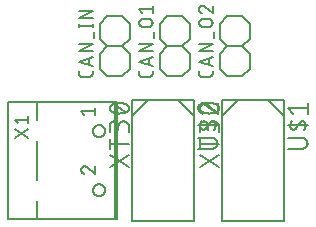
<source format=gbr>
G04 EAGLE Gerber RS-274X export*
G75*
%MOMM*%
%FSLAX34Y34*%
%LPD*%
%INSilkscreen Top*%
%IPPOS*%
%AMOC8*
5,1,8,0,0,1.08239X$1,22.5*%
G01*
%ADD10C,0.152400*%
%ADD11C,0.127000*%


D10*
X66040Y182880D02*
X66040Y195580D01*
X72390Y201930D01*
X85090Y201930D01*
X91440Y195580D01*
X85090Y176530D02*
X72390Y176530D01*
X66040Y182880D01*
X85090Y176530D02*
X91440Y182880D01*
X91440Y195580D01*
X72390Y201930D02*
X66040Y208280D01*
X66040Y220980D01*
X72390Y227330D01*
X85090Y227330D01*
X91440Y220980D01*
X91440Y208280D01*
X85090Y201930D01*
D11*
X59817Y181483D02*
X59817Y178943D01*
X59815Y178843D01*
X59809Y178744D01*
X59799Y178644D01*
X59786Y178546D01*
X59768Y178447D01*
X59747Y178350D01*
X59722Y178254D01*
X59693Y178158D01*
X59660Y178064D01*
X59624Y177971D01*
X59584Y177880D01*
X59540Y177790D01*
X59493Y177702D01*
X59443Y177616D01*
X59389Y177532D01*
X59332Y177450D01*
X59272Y177371D01*
X59208Y177293D01*
X59142Y177219D01*
X59073Y177147D01*
X59001Y177078D01*
X58927Y177012D01*
X58849Y176948D01*
X58770Y176888D01*
X58688Y176831D01*
X58604Y176777D01*
X58518Y176727D01*
X58430Y176680D01*
X58340Y176636D01*
X58249Y176596D01*
X58156Y176560D01*
X58062Y176527D01*
X57966Y176498D01*
X57870Y176473D01*
X57773Y176452D01*
X57674Y176434D01*
X57576Y176421D01*
X57476Y176411D01*
X57377Y176405D01*
X57277Y176403D01*
X50927Y176403D01*
X50827Y176405D01*
X50728Y176411D01*
X50628Y176421D01*
X50530Y176434D01*
X50431Y176452D01*
X50334Y176473D01*
X50238Y176498D01*
X50142Y176527D01*
X50048Y176560D01*
X49955Y176596D01*
X49864Y176636D01*
X49774Y176680D01*
X49686Y176727D01*
X49600Y176777D01*
X49516Y176831D01*
X49434Y176888D01*
X49355Y176948D01*
X49277Y177012D01*
X49203Y177078D01*
X49131Y177147D01*
X49062Y177219D01*
X48996Y177293D01*
X48932Y177371D01*
X48872Y177450D01*
X48815Y177532D01*
X48761Y177616D01*
X48711Y177702D01*
X48664Y177790D01*
X48620Y177880D01*
X48580Y177971D01*
X48544Y178064D01*
X48511Y178158D01*
X48482Y178254D01*
X48457Y178350D01*
X48436Y178447D01*
X48418Y178546D01*
X48405Y178644D01*
X48395Y178744D01*
X48389Y178843D01*
X48387Y178943D01*
X48387Y181483D01*
X48387Y189140D02*
X59817Y185330D01*
X59817Y192950D02*
X48387Y189140D01*
X56960Y191998D02*
X56960Y186283D01*
X59817Y197776D02*
X48387Y197776D01*
X59817Y204126D01*
X48387Y204126D01*
X61087Y209079D02*
X61087Y214159D01*
X59817Y219620D02*
X48387Y219620D01*
X59817Y218350D02*
X59817Y220890D01*
X48387Y220890D02*
X48387Y218350D01*
X48387Y225970D02*
X59817Y225970D01*
X59817Y232320D02*
X48387Y225970D01*
X48387Y232320D02*
X59817Y232320D01*
D10*
X167640Y195580D02*
X167640Y182880D01*
X167640Y195580D02*
X173990Y201930D01*
X186690Y201930D01*
X193040Y195580D01*
X186690Y176530D02*
X173990Y176530D01*
X167640Y182880D01*
X186690Y176530D02*
X193040Y182880D01*
X193040Y195580D01*
X173990Y201930D02*
X167640Y208280D01*
X167640Y220980D01*
X173990Y227330D01*
X186690Y227330D01*
X193040Y220980D01*
X193040Y208280D01*
X186690Y201930D01*
D11*
X161417Y181483D02*
X161417Y178943D01*
X161415Y178843D01*
X161409Y178744D01*
X161399Y178644D01*
X161386Y178546D01*
X161368Y178447D01*
X161347Y178350D01*
X161322Y178254D01*
X161293Y178158D01*
X161260Y178064D01*
X161224Y177971D01*
X161184Y177880D01*
X161140Y177790D01*
X161093Y177702D01*
X161043Y177616D01*
X160989Y177532D01*
X160932Y177450D01*
X160872Y177371D01*
X160808Y177293D01*
X160742Y177219D01*
X160673Y177147D01*
X160601Y177078D01*
X160527Y177012D01*
X160449Y176948D01*
X160370Y176888D01*
X160288Y176831D01*
X160204Y176777D01*
X160118Y176727D01*
X160030Y176680D01*
X159940Y176636D01*
X159849Y176596D01*
X159756Y176560D01*
X159662Y176527D01*
X159566Y176498D01*
X159470Y176473D01*
X159373Y176452D01*
X159274Y176434D01*
X159176Y176421D01*
X159076Y176411D01*
X158977Y176405D01*
X158877Y176403D01*
X152527Y176403D01*
X152427Y176405D01*
X152328Y176411D01*
X152228Y176421D01*
X152130Y176434D01*
X152031Y176452D01*
X151934Y176473D01*
X151838Y176498D01*
X151742Y176527D01*
X151648Y176560D01*
X151555Y176596D01*
X151464Y176636D01*
X151374Y176680D01*
X151286Y176727D01*
X151200Y176777D01*
X151116Y176831D01*
X151034Y176888D01*
X150955Y176948D01*
X150877Y177012D01*
X150803Y177078D01*
X150731Y177147D01*
X150662Y177219D01*
X150596Y177293D01*
X150532Y177371D01*
X150472Y177450D01*
X150415Y177532D01*
X150361Y177616D01*
X150311Y177702D01*
X150264Y177790D01*
X150220Y177880D01*
X150180Y177971D01*
X150144Y178064D01*
X150111Y178158D01*
X150082Y178254D01*
X150057Y178350D01*
X150036Y178447D01*
X150018Y178546D01*
X150005Y178644D01*
X149995Y178744D01*
X149989Y178843D01*
X149987Y178943D01*
X149987Y181483D01*
X149987Y189140D02*
X161417Y185330D01*
X161417Y192950D02*
X149987Y189140D01*
X158560Y191998D02*
X158560Y186283D01*
X161417Y197776D02*
X149987Y197776D01*
X161417Y204126D01*
X149987Y204126D01*
X162687Y209079D02*
X162687Y214159D01*
X158242Y218731D02*
X153162Y218731D01*
X153051Y218733D01*
X152941Y218739D01*
X152830Y218748D01*
X152720Y218762D01*
X152611Y218779D01*
X152502Y218800D01*
X152394Y218825D01*
X152287Y218854D01*
X152181Y218886D01*
X152076Y218922D01*
X151973Y218962D01*
X151871Y219005D01*
X151770Y219052D01*
X151671Y219103D01*
X151575Y219156D01*
X151480Y219213D01*
X151387Y219274D01*
X151296Y219337D01*
X151207Y219404D01*
X151121Y219474D01*
X151038Y219547D01*
X150956Y219622D01*
X150878Y219700D01*
X150803Y219782D01*
X150730Y219865D01*
X150660Y219951D01*
X150593Y220040D01*
X150530Y220131D01*
X150469Y220224D01*
X150412Y220319D01*
X150359Y220415D01*
X150308Y220514D01*
X150261Y220615D01*
X150218Y220717D01*
X150178Y220820D01*
X150142Y220925D01*
X150110Y221031D01*
X150081Y221138D01*
X150056Y221246D01*
X150035Y221355D01*
X150018Y221464D01*
X150004Y221574D01*
X149995Y221685D01*
X149989Y221795D01*
X149987Y221906D01*
X149989Y222017D01*
X149995Y222127D01*
X150004Y222238D01*
X150018Y222348D01*
X150035Y222457D01*
X150056Y222566D01*
X150081Y222674D01*
X150110Y222781D01*
X150142Y222887D01*
X150178Y222992D01*
X150218Y223095D01*
X150261Y223197D01*
X150308Y223298D01*
X150359Y223397D01*
X150412Y223494D01*
X150469Y223588D01*
X150530Y223681D01*
X150593Y223772D01*
X150660Y223861D01*
X150730Y223947D01*
X150803Y224030D01*
X150878Y224112D01*
X150956Y224190D01*
X151038Y224265D01*
X151121Y224338D01*
X151207Y224408D01*
X151296Y224475D01*
X151387Y224538D01*
X151480Y224599D01*
X151575Y224656D01*
X151671Y224709D01*
X151770Y224760D01*
X151871Y224807D01*
X151973Y224850D01*
X152076Y224890D01*
X152181Y224926D01*
X152287Y224958D01*
X152394Y224987D01*
X152502Y225012D01*
X152611Y225033D01*
X152720Y225050D01*
X152830Y225064D01*
X152941Y225073D01*
X153051Y225079D01*
X153162Y225081D01*
X158242Y225081D01*
X158353Y225079D01*
X158463Y225073D01*
X158574Y225064D01*
X158684Y225050D01*
X158793Y225033D01*
X158902Y225012D01*
X159010Y224987D01*
X159117Y224958D01*
X159223Y224926D01*
X159328Y224890D01*
X159431Y224850D01*
X159533Y224807D01*
X159634Y224760D01*
X159733Y224709D01*
X159830Y224656D01*
X159924Y224599D01*
X160017Y224538D01*
X160108Y224475D01*
X160197Y224408D01*
X160283Y224338D01*
X160366Y224265D01*
X160448Y224190D01*
X160526Y224112D01*
X160601Y224030D01*
X160674Y223947D01*
X160744Y223861D01*
X160811Y223772D01*
X160874Y223681D01*
X160935Y223588D01*
X160992Y223493D01*
X161045Y223397D01*
X161096Y223298D01*
X161143Y223197D01*
X161186Y223095D01*
X161226Y222992D01*
X161262Y222887D01*
X161294Y222781D01*
X161323Y222674D01*
X161348Y222566D01*
X161369Y222457D01*
X161386Y222348D01*
X161400Y222238D01*
X161409Y222127D01*
X161415Y222017D01*
X161417Y221906D01*
X161415Y221795D01*
X161409Y221685D01*
X161400Y221574D01*
X161386Y221464D01*
X161369Y221355D01*
X161348Y221246D01*
X161323Y221138D01*
X161294Y221031D01*
X161262Y220925D01*
X161226Y220820D01*
X161186Y220717D01*
X161143Y220615D01*
X161096Y220514D01*
X161045Y220415D01*
X160992Y220318D01*
X160935Y220224D01*
X160874Y220131D01*
X160811Y220040D01*
X160744Y219951D01*
X160674Y219865D01*
X160601Y219782D01*
X160526Y219700D01*
X160448Y219622D01*
X160366Y219547D01*
X160283Y219474D01*
X160197Y219404D01*
X160108Y219337D01*
X160017Y219274D01*
X159924Y219213D01*
X159829Y219156D01*
X159733Y219103D01*
X159634Y219052D01*
X159533Y219005D01*
X159431Y218962D01*
X159328Y218922D01*
X159223Y218886D01*
X159117Y218854D01*
X159010Y218825D01*
X158902Y218800D01*
X158793Y218779D01*
X158684Y218762D01*
X158574Y218748D01*
X158463Y218739D01*
X158353Y218733D01*
X158242Y218731D01*
X149987Y233654D02*
X149989Y233758D01*
X149995Y233863D01*
X150004Y233967D01*
X150017Y234070D01*
X150035Y234173D01*
X150055Y234275D01*
X150080Y234377D01*
X150108Y234477D01*
X150140Y234577D01*
X150176Y234675D01*
X150215Y234772D01*
X150257Y234867D01*
X150303Y234961D01*
X150353Y235053D01*
X150405Y235143D01*
X150461Y235231D01*
X150521Y235317D01*
X150583Y235401D01*
X150648Y235482D01*
X150716Y235561D01*
X150788Y235638D01*
X150861Y235711D01*
X150938Y235783D01*
X151017Y235851D01*
X151098Y235916D01*
X151182Y235978D01*
X151268Y236038D01*
X151356Y236094D01*
X151446Y236146D01*
X151538Y236196D01*
X151632Y236242D01*
X151727Y236284D01*
X151824Y236323D01*
X151922Y236359D01*
X152022Y236391D01*
X152122Y236419D01*
X152224Y236444D01*
X152326Y236464D01*
X152429Y236482D01*
X152532Y236495D01*
X152636Y236504D01*
X152741Y236510D01*
X152845Y236512D01*
X149987Y233654D02*
X149989Y233536D01*
X149995Y233417D01*
X150004Y233299D01*
X150017Y233182D01*
X150035Y233065D01*
X150055Y232948D01*
X150080Y232832D01*
X150108Y232717D01*
X150141Y232604D01*
X150176Y232491D01*
X150216Y232379D01*
X150258Y232269D01*
X150305Y232160D01*
X150355Y232052D01*
X150408Y231947D01*
X150465Y231843D01*
X150525Y231741D01*
X150588Y231641D01*
X150655Y231543D01*
X150724Y231447D01*
X150797Y231354D01*
X150873Y231263D01*
X150951Y231174D01*
X151033Y231088D01*
X151117Y231005D01*
X151203Y230924D01*
X151293Y230847D01*
X151384Y230772D01*
X151478Y230700D01*
X151575Y230631D01*
X151673Y230566D01*
X151774Y230503D01*
X151877Y230444D01*
X151981Y230388D01*
X152087Y230336D01*
X152195Y230287D01*
X152304Y230242D01*
X152415Y230200D01*
X152527Y230162D01*
X155067Y235559D02*
X154992Y235635D01*
X154913Y235710D01*
X154832Y235781D01*
X154748Y235850D01*
X154662Y235915D01*
X154574Y235977D01*
X154484Y236037D01*
X154392Y236093D01*
X154297Y236146D01*
X154201Y236195D01*
X154103Y236241D01*
X154004Y236284D01*
X153903Y236323D01*
X153801Y236358D01*
X153698Y236390D01*
X153594Y236418D01*
X153489Y236443D01*
X153382Y236464D01*
X153276Y236481D01*
X153169Y236494D01*
X153061Y236503D01*
X152953Y236509D01*
X152845Y236511D01*
X155067Y235559D02*
X161417Y230161D01*
X161417Y236511D01*
D10*
X116840Y195580D02*
X116840Y182880D01*
X116840Y195580D02*
X123190Y201930D01*
X135890Y201930D01*
X142240Y195580D01*
X135890Y176530D02*
X123190Y176530D01*
X116840Y182880D01*
X135890Y176530D02*
X142240Y182880D01*
X142240Y195580D01*
X123190Y201930D02*
X116840Y208280D01*
X116840Y220980D01*
X123190Y227330D01*
X135890Y227330D01*
X142240Y220980D01*
X142240Y208280D01*
X135890Y201930D01*
D11*
X110617Y181483D02*
X110617Y178943D01*
X110615Y178843D01*
X110609Y178744D01*
X110599Y178644D01*
X110586Y178546D01*
X110568Y178447D01*
X110547Y178350D01*
X110522Y178254D01*
X110493Y178158D01*
X110460Y178064D01*
X110424Y177971D01*
X110384Y177880D01*
X110340Y177790D01*
X110293Y177702D01*
X110243Y177616D01*
X110189Y177532D01*
X110132Y177450D01*
X110072Y177371D01*
X110008Y177293D01*
X109942Y177219D01*
X109873Y177147D01*
X109801Y177078D01*
X109727Y177012D01*
X109649Y176948D01*
X109570Y176888D01*
X109488Y176831D01*
X109404Y176777D01*
X109318Y176727D01*
X109230Y176680D01*
X109140Y176636D01*
X109049Y176596D01*
X108956Y176560D01*
X108862Y176527D01*
X108766Y176498D01*
X108670Y176473D01*
X108573Y176452D01*
X108474Y176434D01*
X108376Y176421D01*
X108276Y176411D01*
X108177Y176405D01*
X108077Y176403D01*
X101727Y176403D01*
X101627Y176405D01*
X101528Y176411D01*
X101428Y176421D01*
X101330Y176434D01*
X101231Y176452D01*
X101134Y176473D01*
X101038Y176498D01*
X100942Y176527D01*
X100848Y176560D01*
X100755Y176596D01*
X100664Y176636D01*
X100574Y176680D01*
X100486Y176727D01*
X100400Y176777D01*
X100316Y176831D01*
X100234Y176888D01*
X100155Y176948D01*
X100077Y177012D01*
X100003Y177078D01*
X99931Y177147D01*
X99862Y177219D01*
X99796Y177293D01*
X99732Y177371D01*
X99672Y177450D01*
X99615Y177532D01*
X99561Y177616D01*
X99511Y177702D01*
X99464Y177790D01*
X99420Y177880D01*
X99380Y177971D01*
X99344Y178064D01*
X99311Y178158D01*
X99282Y178254D01*
X99257Y178350D01*
X99236Y178447D01*
X99218Y178546D01*
X99205Y178644D01*
X99195Y178744D01*
X99189Y178843D01*
X99187Y178943D01*
X99187Y181483D01*
X99187Y189140D02*
X110617Y185330D01*
X110617Y192950D02*
X99187Y189140D01*
X107760Y191998D02*
X107760Y186283D01*
X110617Y197776D02*
X99187Y197776D01*
X110617Y204126D01*
X99187Y204126D01*
X111887Y209079D02*
X111887Y214159D01*
X107442Y218731D02*
X102362Y218731D01*
X102251Y218733D01*
X102141Y218739D01*
X102030Y218748D01*
X101920Y218762D01*
X101811Y218779D01*
X101702Y218800D01*
X101594Y218825D01*
X101487Y218854D01*
X101381Y218886D01*
X101276Y218922D01*
X101173Y218962D01*
X101071Y219005D01*
X100970Y219052D01*
X100871Y219103D01*
X100775Y219156D01*
X100680Y219213D01*
X100587Y219274D01*
X100496Y219337D01*
X100407Y219404D01*
X100321Y219474D01*
X100238Y219547D01*
X100156Y219622D01*
X100078Y219700D01*
X100003Y219782D01*
X99930Y219865D01*
X99860Y219951D01*
X99793Y220040D01*
X99730Y220131D01*
X99669Y220224D01*
X99612Y220319D01*
X99559Y220415D01*
X99508Y220514D01*
X99461Y220615D01*
X99418Y220717D01*
X99378Y220820D01*
X99342Y220925D01*
X99310Y221031D01*
X99281Y221138D01*
X99256Y221246D01*
X99235Y221355D01*
X99218Y221464D01*
X99204Y221574D01*
X99195Y221685D01*
X99189Y221795D01*
X99187Y221906D01*
X99189Y222017D01*
X99195Y222127D01*
X99204Y222238D01*
X99218Y222348D01*
X99235Y222457D01*
X99256Y222566D01*
X99281Y222674D01*
X99310Y222781D01*
X99342Y222887D01*
X99378Y222992D01*
X99418Y223095D01*
X99461Y223197D01*
X99508Y223298D01*
X99559Y223397D01*
X99612Y223494D01*
X99669Y223588D01*
X99730Y223681D01*
X99793Y223772D01*
X99860Y223861D01*
X99930Y223947D01*
X100003Y224030D01*
X100078Y224112D01*
X100156Y224190D01*
X100238Y224265D01*
X100321Y224338D01*
X100407Y224408D01*
X100496Y224475D01*
X100587Y224538D01*
X100680Y224599D01*
X100775Y224656D01*
X100871Y224709D01*
X100970Y224760D01*
X101071Y224807D01*
X101173Y224850D01*
X101276Y224890D01*
X101381Y224926D01*
X101487Y224958D01*
X101594Y224987D01*
X101702Y225012D01*
X101811Y225033D01*
X101920Y225050D01*
X102030Y225064D01*
X102141Y225073D01*
X102251Y225079D01*
X102362Y225081D01*
X107442Y225081D01*
X107553Y225079D01*
X107663Y225073D01*
X107774Y225064D01*
X107884Y225050D01*
X107993Y225033D01*
X108102Y225012D01*
X108210Y224987D01*
X108317Y224958D01*
X108423Y224926D01*
X108528Y224890D01*
X108631Y224850D01*
X108733Y224807D01*
X108834Y224760D01*
X108933Y224709D01*
X109030Y224656D01*
X109124Y224599D01*
X109217Y224538D01*
X109308Y224475D01*
X109397Y224408D01*
X109483Y224338D01*
X109566Y224265D01*
X109648Y224190D01*
X109726Y224112D01*
X109801Y224030D01*
X109874Y223947D01*
X109944Y223861D01*
X110011Y223772D01*
X110074Y223681D01*
X110135Y223588D01*
X110192Y223493D01*
X110245Y223397D01*
X110296Y223298D01*
X110343Y223197D01*
X110386Y223095D01*
X110426Y222992D01*
X110462Y222887D01*
X110494Y222781D01*
X110523Y222674D01*
X110548Y222566D01*
X110569Y222457D01*
X110586Y222348D01*
X110600Y222238D01*
X110609Y222127D01*
X110615Y222017D01*
X110617Y221906D01*
X110615Y221795D01*
X110609Y221685D01*
X110600Y221574D01*
X110586Y221464D01*
X110569Y221355D01*
X110548Y221246D01*
X110523Y221138D01*
X110494Y221031D01*
X110462Y220925D01*
X110426Y220820D01*
X110386Y220717D01*
X110343Y220615D01*
X110296Y220514D01*
X110245Y220415D01*
X110192Y220318D01*
X110135Y220224D01*
X110074Y220131D01*
X110011Y220040D01*
X109944Y219951D01*
X109874Y219865D01*
X109801Y219782D01*
X109726Y219700D01*
X109648Y219622D01*
X109566Y219547D01*
X109483Y219474D01*
X109397Y219404D01*
X109308Y219337D01*
X109217Y219274D01*
X109124Y219213D01*
X109029Y219156D01*
X108933Y219103D01*
X108834Y219052D01*
X108733Y219005D01*
X108631Y218962D01*
X108528Y218922D01*
X108423Y218886D01*
X108317Y218854D01*
X108210Y218825D01*
X108102Y218800D01*
X107993Y218779D01*
X107884Y218762D01*
X107774Y218748D01*
X107663Y218739D01*
X107553Y218733D01*
X107442Y218731D01*
X101727Y230161D02*
X99187Y233336D01*
X110617Y233336D01*
X110617Y230161D02*
X110617Y236511D01*
D10*
X169580Y156410D02*
X221580Y156410D01*
X169580Y156410D02*
X169580Y54410D01*
X221580Y54410D01*
X221580Y156410D01*
X220980Y143510D02*
X208280Y156210D01*
X182880Y156210D02*
X170180Y143510D01*
X225552Y115448D02*
X237292Y115448D01*
X237292Y115447D02*
X237425Y115449D01*
X237557Y115455D01*
X237689Y115465D01*
X237821Y115478D01*
X237953Y115496D01*
X238083Y115517D01*
X238214Y115542D01*
X238343Y115571D01*
X238471Y115604D01*
X238599Y115640D01*
X238725Y115680D01*
X238850Y115724D01*
X238974Y115772D01*
X239096Y115823D01*
X239217Y115878D01*
X239336Y115936D01*
X239454Y115998D01*
X239569Y116063D01*
X239683Y116132D01*
X239794Y116203D01*
X239903Y116279D01*
X240010Y116357D01*
X240115Y116438D01*
X240217Y116523D01*
X240317Y116610D01*
X240414Y116700D01*
X240509Y116793D01*
X240600Y116889D01*
X240689Y116987D01*
X240775Y117088D01*
X240858Y117192D01*
X240938Y117298D01*
X241014Y117406D01*
X241088Y117516D01*
X241158Y117629D01*
X241225Y117743D01*
X241288Y117860D01*
X241348Y117978D01*
X241405Y118098D01*
X241458Y118220D01*
X241507Y118343D01*
X241553Y118467D01*
X241595Y118593D01*
X241633Y118720D01*
X241668Y118848D01*
X241699Y118977D01*
X241726Y119106D01*
X241749Y119237D01*
X241769Y119368D01*
X241784Y119500D01*
X241796Y119632D01*
X241804Y119764D01*
X241808Y119897D01*
X241808Y120029D01*
X241804Y120162D01*
X241796Y120294D01*
X241784Y120426D01*
X241769Y120558D01*
X241749Y120689D01*
X241726Y120820D01*
X241699Y120949D01*
X241668Y121078D01*
X241633Y121206D01*
X241595Y121333D01*
X241553Y121459D01*
X241507Y121583D01*
X241458Y121706D01*
X241405Y121828D01*
X241348Y121948D01*
X241288Y122066D01*
X241225Y122183D01*
X241158Y122297D01*
X241088Y122410D01*
X241014Y122520D01*
X240938Y122628D01*
X240858Y122734D01*
X240775Y122838D01*
X240689Y122939D01*
X240600Y123037D01*
X240509Y123133D01*
X240414Y123226D01*
X240317Y123316D01*
X240217Y123403D01*
X240115Y123488D01*
X240010Y123569D01*
X239903Y123647D01*
X239794Y123723D01*
X239683Y123794D01*
X239569Y123863D01*
X239454Y123928D01*
X239336Y123990D01*
X239217Y124048D01*
X239096Y124103D01*
X238974Y124154D01*
X238850Y124202D01*
X238725Y124246D01*
X238599Y124286D01*
X238471Y124322D01*
X238343Y124355D01*
X238214Y124384D01*
X238083Y124409D01*
X237953Y124430D01*
X237821Y124448D01*
X237689Y124461D01*
X237557Y124471D01*
X237425Y124477D01*
X237292Y124479D01*
X225552Y124479D01*
X225552Y135073D02*
X241808Y135073D01*
X233680Y135073D02*
X232325Y132816D01*
X232326Y132816D02*
X232271Y132729D01*
X232214Y132645D01*
X232153Y132563D01*
X232090Y132483D01*
X232023Y132406D01*
X231954Y132331D01*
X231882Y132259D01*
X231807Y132190D01*
X231729Y132123D01*
X231649Y132060D01*
X231567Y131999D01*
X231483Y131942D01*
X231396Y131888D01*
X231308Y131837D01*
X231217Y131790D01*
X231125Y131746D01*
X231031Y131706D01*
X230936Y131669D01*
X230840Y131636D01*
X230742Y131607D01*
X230643Y131581D01*
X230544Y131559D01*
X230443Y131541D01*
X230342Y131526D01*
X230241Y131516D01*
X230139Y131509D01*
X230037Y131506D01*
X229935Y131507D01*
X229833Y131512D01*
X229731Y131521D01*
X229630Y131533D01*
X229529Y131550D01*
X229429Y131570D01*
X229330Y131594D01*
X229232Y131621D01*
X229135Y131653D01*
X229039Y131688D01*
X228945Y131726D01*
X228852Y131768D01*
X228760Y131814D01*
X228671Y131863D01*
X228583Y131915D01*
X228498Y131971D01*
X228414Y132030D01*
X228333Y132092D01*
X228255Y132157D01*
X228179Y132225D01*
X228105Y132295D01*
X228034Y132369D01*
X227966Y132445D01*
X227901Y132524D01*
X227839Y132605D01*
X227780Y132688D01*
X227725Y132773D01*
X227672Y132861D01*
X227623Y132950D01*
X227577Y133042D01*
X227535Y133134D01*
X227496Y133229D01*
X227461Y133325D01*
X227430Y133422D01*
X227402Y133520D01*
X227378Y133619D01*
X227358Y133719D01*
X227359Y133719D02*
X227330Y133889D01*
X227305Y134059D01*
X227284Y134229D01*
X227268Y134401D01*
X227255Y134572D01*
X227247Y134744D01*
X227243Y134916D01*
X227242Y135088D01*
X227247Y135260D01*
X227255Y135432D01*
X227267Y135603D01*
X227283Y135774D01*
X227304Y135945D01*
X227329Y136115D01*
X227357Y136285D01*
X227390Y136454D01*
X227427Y136622D01*
X227468Y136789D01*
X227513Y136955D01*
X227562Y137120D01*
X227614Y137283D01*
X227671Y137446D01*
X227732Y137607D01*
X227796Y137766D01*
X227865Y137924D01*
X227937Y138080D01*
X228012Y138235D01*
X228092Y138387D01*
X228175Y138538D01*
X228262Y138686D01*
X233680Y135073D02*
X235035Y137331D01*
X235034Y137331D02*
X235089Y137418D01*
X235146Y137502D01*
X235207Y137584D01*
X235270Y137664D01*
X235337Y137741D01*
X235406Y137816D01*
X235478Y137888D01*
X235553Y137957D01*
X235631Y138024D01*
X235711Y138087D01*
X235793Y138148D01*
X235877Y138205D01*
X235964Y138259D01*
X236052Y138310D01*
X236143Y138357D01*
X236235Y138401D01*
X236329Y138441D01*
X236424Y138478D01*
X236520Y138511D01*
X236618Y138540D01*
X236717Y138566D01*
X236816Y138588D01*
X236917Y138606D01*
X237018Y138621D01*
X237119Y138631D01*
X237221Y138638D01*
X237323Y138641D01*
X237425Y138640D01*
X237527Y138635D01*
X237629Y138626D01*
X237730Y138614D01*
X237831Y138597D01*
X237931Y138577D01*
X238030Y138553D01*
X238128Y138526D01*
X238225Y138494D01*
X238321Y138459D01*
X238415Y138421D01*
X238508Y138379D01*
X238600Y138333D01*
X238689Y138284D01*
X238777Y138232D01*
X238862Y138176D01*
X238946Y138117D01*
X239027Y138055D01*
X239105Y137990D01*
X239181Y137922D01*
X239255Y137852D01*
X239326Y137778D01*
X239394Y137702D01*
X239459Y137623D01*
X239521Y137542D01*
X239580Y137459D01*
X239635Y137374D01*
X239688Y137286D01*
X239737Y137197D01*
X239783Y137105D01*
X239825Y137013D01*
X239864Y136918D01*
X239899Y136822D01*
X239930Y136725D01*
X239958Y136627D01*
X239982Y136528D01*
X240002Y136428D01*
X240001Y136428D02*
X240030Y136258D01*
X240055Y136088D01*
X240076Y135917D01*
X240092Y135746D01*
X240105Y135575D01*
X240113Y135403D01*
X240117Y135231D01*
X240118Y135059D01*
X240113Y134887D01*
X240105Y134715D01*
X240093Y134544D01*
X240077Y134373D01*
X240056Y134202D01*
X240031Y134032D01*
X240003Y133862D01*
X239970Y133693D01*
X239933Y133525D01*
X239892Y133358D01*
X239847Y133192D01*
X239798Y133027D01*
X239746Y132864D01*
X239689Y132701D01*
X239628Y132540D01*
X239564Y132381D01*
X239496Y132223D01*
X239423Y132067D01*
X239348Y131913D01*
X239268Y131760D01*
X239185Y131609D01*
X239098Y131461D01*
X229164Y145147D02*
X225552Y149662D01*
X241808Y149662D01*
X241808Y145147D02*
X241808Y154178D01*
X166878Y99434D02*
X150622Y110272D01*
X150622Y99434D02*
X166878Y110272D01*
X166878Y119442D02*
X150622Y119442D01*
X150622Y114927D02*
X150622Y123958D01*
X166878Y129516D02*
X166878Y134031D01*
X166876Y134164D01*
X166870Y134296D01*
X166860Y134428D01*
X166847Y134560D01*
X166829Y134692D01*
X166808Y134822D01*
X166783Y134953D01*
X166754Y135082D01*
X166721Y135210D01*
X166685Y135338D01*
X166645Y135464D01*
X166601Y135589D01*
X166553Y135713D01*
X166502Y135835D01*
X166447Y135956D01*
X166389Y136075D01*
X166327Y136193D01*
X166262Y136308D01*
X166193Y136422D01*
X166122Y136533D01*
X166046Y136642D01*
X165968Y136749D01*
X165887Y136854D01*
X165802Y136956D01*
X165715Y137056D01*
X165625Y137153D01*
X165532Y137248D01*
X165436Y137339D01*
X165338Y137428D01*
X165237Y137514D01*
X165133Y137597D01*
X165027Y137677D01*
X164919Y137753D01*
X164809Y137827D01*
X164696Y137897D01*
X164582Y137964D01*
X164465Y138027D01*
X164347Y138087D01*
X164227Y138144D01*
X164105Y138197D01*
X163982Y138246D01*
X163858Y138292D01*
X163732Y138334D01*
X163605Y138372D01*
X163477Y138407D01*
X163348Y138438D01*
X163219Y138465D01*
X163088Y138488D01*
X162957Y138508D01*
X162825Y138523D01*
X162693Y138535D01*
X162561Y138543D01*
X162428Y138547D01*
X162296Y138547D01*
X162163Y138543D01*
X162031Y138535D01*
X161899Y138523D01*
X161767Y138508D01*
X161636Y138488D01*
X161505Y138465D01*
X161376Y138438D01*
X161247Y138407D01*
X161119Y138372D01*
X160992Y138334D01*
X160866Y138292D01*
X160742Y138246D01*
X160619Y138197D01*
X160497Y138144D01*
X160377Y138087D01*
X160259Y138027D01*
X160142Y137964D01*
X160028Y137897D01*
X159915Y137827D01*
X159805Y137753D01*
X159697Y137677D01*
X159591Y137597D01*
X159487Y137514D01*
X159386Y137428D01*
X159288Y137339D01*
X159192Y137248D01*
X159099Y137153D01*
X159009Y137056D01*
X158922Y136956D01*
X158837Y136854D01*
X158756Y136749D01*
X158678Y136642D01*
X158602Y136533D01*
X158531Y136422D01*
X158462Y136308D01*
X158397Y136193D01*
X158335Y136075D01*
X158277Y135956D01*
X158222Y135835D01*
X158171Y135713D01*
X158123Y135589D01*
X158079Y135464D01*
X158039Y135338D01*
X158003Y135210D01*
X157970Y135082D01*
X157941Y134953D01*
X157916Y134822D01*
X157895Y134692D01*
X157877Y134560D01*
X157864Y134428D01*
X157854Y134296D01*
X157848Y134164D01*
X157846Y134031D01*
X150622Y134934D02*
X150622Y129516D01*
X150622Y134934D02*
X150624Y135053D01*
X150630Y135173D01*
X150640Y135292D01*
X150654Y135410D01*
X150671Y135529D01*
X150693Y135646D01*
X150718Y135763D01*
X150748Y135878D01*
X150781Y135993D01*
X150818Y136107D01*
X150858Y136219D01*
X150903Y136330D01*
X150951Y136439D01*
X151002Y136547D01*
X151057Y136653D01*
X151116Y136757D01*
X151178Y136859D01*
X151243Y136959D01*
X151312Y137057D01*
X151384Y137153D01*
X151459Y137246D01*
X151536Y137336D01*
X151617Y137424D01*
X151701Y137509D01*
X151788Y137591D01*
X151877Y137671D01*
X151969Y137747D01*
X152063Y137821D01*
X152160Y137891D01*
X152258Y137958D01*
X152359Y138022D01*
X152463Y138082D01*
X152568Y138139D01*
X152675Y138192D01*
X152783Y138242D01*
X152893Y138288D01*
X153005Y138330D01*
X153118Y138369D01*
X153232Y138404D01*
X153347Y138435D01*
X153464Y138463D01*
X153581Y138486D01*
X153698Y138506D01*
X153817Y138522D01*
X153936Y138534D01*
X154055Y138542D01*
X154174Y138546D01*
X154294Y138546D01*
X154413Y138542D01*
X154532Y138534D01*
X154651Y138522D01*
X154770Y138506D01*
X154887Y138486D01*
X155004Y138463D01*
X155121Y138435D01*
X155236Y138404D01*
X155350Y138369D01*
X155463Y138330D01*
X155575Y138288D01*
X155685Y138242D01*
X155793Y138192D01*
X155900Y138139D01*
X156005Y138082D01*
X156109Y138022D01*
X156210Y137958D01*
X156308Y137891D01*
X156405Y137821D01*
X156499Y137747D01*
X156591Y137671D01*
X156680Y137591D01*
X156767Y137509D01*
X156851Y137424D01*
X156932Y137336D01*
X157009Y137246D01*
X157084Y137153D01*
X157156Y137057D01*
X157225Y136959D01*
X157290Y136859D01*
X157352Y136757D01*
X157411Y136653D01*
X157466Y136547D01*
X157517Y136439D01*
X157565Y136330D01*
X157610Y136219D01*
X157650Y136107D01*
X157687Y135993D01*
X157720Y135878D01*
X157750Y135763D01*
X157775Y135646D01*
X157797Y135529D01*
X157814Y135410D01*
X157828Y135292D01*
X157838Y135173D01*
X157844Y135053D01*
X157846Y134934D01*
X157847Y134934D02*
X157847Y131322D01*
X158750Y145147D02*
X158430Y145151D01*
X158111Y145162D01*
X157791Y145181D01*
X157473Y145208D01*
X157155Y145242D01*
X156838Y145284D01*
X156522Y145334D01*
X156207Y145391D01*
X155894Y145455D01*
X155582Y145527D01*
X155272Y145606D01*
X154965Y145693D01*
X154659Y145787D01*
X154356Y145888D01*
X154055Y145997D01*
X153757Y146112D01*
X153461Y146235D01*
X153169Y146365D01*
X152880Y146502D01*
X152879Y146502D02*
X152771Y146541D01*
X152664Y146584D01*
X152559Y146630D01*
X152456Y146680D01*
X152354Y146734D01*
X152254Y146791D01*
X152156Y146852D01*
X152060Y146916D01*
X151967Y146983D01*
X151876Y147053D01*
X151787Y147127D01*
X151701Y147203D01*
X151618Y147283D01*
X151537Y147365D01*
X151459Y147450D01*
X151385Y147537D01*
X151313Y147628D01*
X151244Y147720D01*
X151179Y147815D01*
X151117Y147912D01*
X151058Y148011D01*
X151003Y148112D01*
X150952Y148215D01*
X150904Y148320D01*
X150859Y148426D01*
X150818Y148533D01*
X150781Y148642D01*
X150748Y148753D01*
X150719Y148864D01*
X150693Y148976D01*
X150671Y149089D01*
X150654Y149203D01*
X150640Y149317D01*
X150630Y149432D01*
X150624Y149547D01*
X150622Y149662D01*
X150624Y149777D01*
X150630Y149892D01*
X150640Y150007D01*
X150654Y150121D01*
X150671Y150235D01*
X150693Y150348D01*
X150719Y150460D01*
X150748Y150572D01*
X150781Y150682D01*
X150818Y150791D01*
X150859Y150899D01*
X150904Y151005D01*
X150952Y151110D01*
X151003Y151212D01*
X151059Y151314D01*
X151117Y151413D01*
X151179Y151510D01*
X151245Y151605D01*
X151313Y151697D01*
X151385Y151787D01*
X151459Y151875D01*
X151537Y151960D01*
X151618Y152042D01*
X151701Y152121D01*
X151787Y152198D01*
X151876Y152271D01*
X151967Y152342D01*
X152061Y152409D01*
X152156Y152473D01*
X152254Y152534D01*
X152354Y152591D01*
X152456Y152644D01*
X152560Y152695D01*
X152665Y152741D01*
X152772Y152784D01*
X152880Y152823D01*
X153169Y152960D01*
X153461Y153090D01*
X153757Y153213D01*
X154055Y153328D01*
X154356Y153437D01*
X154659Y153538D01*
X154965Y153632D01*
X155272Y153719D01*
X155582Y153798D01*
X155894Y153870D01*
X156207Y153934D01*
X156522Y153991D01*
X156838Y154041D01*
X157155Y154083D01*
X157473Y154117D01*
X157791Y154144D01*
X158111Y154163D01*
X158430Y154174D01*
X158750Y154178D01*
X158750Y145147D02*
X159070Y145151D01*
X159389Y145162D01*
X159709Y145181D01*
X160027Y145208D01*
X160345Y145242D01*
X160662Y145284D01*
X160978Y145334D01*
X161293Y145391D01*
X161606Y145455D01*
X161918Y145527D01*
X162228Y145606D01*
X162535Y145693D01*
X162841Y145787D01*
X163144Y145888D01*
X163445Y145997D01*
X163743Y146112D01*
X164039Y146235D01*
X164331Y146365D01*
X164620Y146502D01*
X164621Y146501D02*
X164729Y146540D01*
X164836Y146583D01*
X164941Y146629D01*
X165045Y146680D01*
X165147Y146733D01*
X165247Y146790D01*
X165345Y146851D01*
X165440Y146915D01*
X165534Y146982D01*
X165625Y147053D01*
X165714Y147126D01*
X165800Y147203D01*
X165883Y147282D01*
X165964Y147364D01*
X166042Y147449D01*
X166116Y147537D01*
X166188Y147627D01*
X166257Y147720D01*
X166322Y147814D01*
X166384Y147911D01*
X166442Y148011D01*
X166498Y148112D01*
X166549Y148214D01*
X166597Y148319D01*
X166642Y148425D01*
X166683Y148533D01*
X166720Y148642D01*
X166753Y148752D01*
X166782Y148864D01*
X166808Y148976D01*
X166830Y149089D01*
X166847Y149203D01*
X166861Y149317D01*
X166871Y149432D01*
X166877Y149547D01*
X166879Y149662D01*
X164620Y152823D02*
X164331Y152960D01*
X164039Y153090D01*
X163743Y153213D01*
X163445Y153328D01*
X163144Y153437D01*
X162841Y153538D01*
X162535Y153632D01*
X162228Y153719D01*
X161918Y153798D01*
X161606Y153870D01*
X161293Y153934D01*
X160978Y153991D01*
X160662Y154041D01*
X160345Y154083D01*
X160027Y154117D01*
X159709Y154144D01*
X159389Y154163D01*
X159070Y154174D01*
X158750Y154178D01*
X164620Y152823D02*
X164728Y152784D01*
X164835Y152741D01*
X164940Y152695D01*
X165044Y152644D01*
X165146Y152591D01*
X165246Y152534D01*
X165344Y152473D01*
X165439Y152409D01*
X165533Y152342D01*
X165624Y152271D01*
X165713Y152198D01*
X165799Y152121D01*
X165882Y152042D01*
X165963Y151960D01*
X166041Y151875D01*
X166115Y151787D01*
X166187Y151697D01*
X166256Y151604D01*
X166321Y151510D01*
X166383Y151413D01*
X166441Y151313D01*
X166497Y151212D01*
X166548Y151109D01*
X166596Y151005D01*
X166641Y150899D01*
X166682Y150791D01*
X166719Y150682D01*
X166752Y150572D01*
X166781Y150460D01*
X166807Y150348D01*
X166829Y150235D01*
X166846Y150121D01*
X166860Y150007D01*
X166870Y149892D01*
X166876Y149777D01*
X166878Y149662D01*
X163266Y146050D02*
X154234Y153275D01*
X145380Y156410D02*
X93380Y156410D01*
X93380Y54410D01*
X145380Y54410D01*
X145380Y156410D01*
X144780Y143510D02*
X132080Y156210D01*
X106680Y156210D02*
X93980Y143510D01*
X149352Y115448D02*
X161092Y115448D01*
X161092Y115447D02*
X161225Y115449D01*
X161357Y115455D01*
X161489Y115465D01*
X161621Y115478D01*
X161753Y115496D01*
X161883Y115517D01*
X162014Y115542D01*
X162143Y115571D01*
X162271Y115604D01*
X162399Y115640D01*
X162525Y115680D01*
X162650Y115724D01*
X162774Y115772D01*
X162896Y115823D01*
X163017Y115878D01*
X163136Y115936D01*
X163254Y115998D01*
X163369Y116063D01*
X163483Y116132D01*
X163594Y116203D01*
X163703Y116279D01*
X163810Y116357D01*
X163915Y116438D01*
X164017Y116523D01*
X164117Y116610D01*
X164214Y116700D01*
X164309Y116793D01*
X164400Y116889D01*
X164489Y116987D01*
X164575Y117088D01*
X164658Y117192D01*
X164738Y117298D01*
X164814Y117406D01*
X164888Y117516D01*
X164958Y117629D01*
X165025Y117743D01*
X165088Y117860D01*
X165148Y117978D01*
X165205Y118098D01*
X165258Y118220D01*
X165307Y118343D01*
X165353Y118467D01*
X165395Y118593D01*
X165433Y118720D01*
X165468Y118848D01*
X165499Y118977D01*
X165526Y119106D01*
X165549Y119237D01*
X165569Y119368D01*
X165584Y119500D01*
X165596Y119632D01*
X165604Y119764D01*
X165608Y119897D01*
X165608Y120029D01*
X165604Y120162D01*
X165596Y120294D01*
X165584Y120426D01*
X165569Y120558D01*
X165549Y120689D01*
X165526Y120820D01*
X165499Y120949D01*
X165468Y121078D01*
X165433Y121206D01*
X165395Y121333D01*
X165353Y121459D01*
X165307Y121583D01*
X165258Y121706D01*
X165205Y121828D01*
X165148Y121948D01*
X165088Y122066D01*
X165025Y122183D01*
X164958Y122297D01*
X164888Y122410D01*
X164814Y122520D01*
X164738Y122628D01*
X164658Y122734D01*
X164575Y122838D01*
X164489Y122939D01*
X164400Y123037D01*
X164309Y123133D01*
X164214Y123226D01*
X164117Y123316D01*
X164017Y123403D01*
X163915Y123488D01*
X163810Y123569D01*
X163703Y123647D01*
X163594Y123723D01*
X163483Y123794D01*
X163369Y123863D01*
X163254Y123928D01*
X163136Y123990D01*
X163017Y124048D01*
X162896Y124103D01*
X162774Y124154D01*
X162650Y124202D01*
X162525Y124246D01*
X162399Y124286D01*
X162271Y124322D01*
X162143Y124355D01*
X162014Y124384D01*
X161883Y124409D01*
X161753Y124430D01*
X161621Y124448D01*
X161489Y124461D01*
X161357Y124471D01*
X161225Y124477D01*
X161092Y124479D01*
X149352Y124479D01*
X149352Y135073D02*
X165608Y135073D01*
X157480Y135073D02*
X156125Y132816D01*
X156126Y132816D02*
X156071Y132729D01*
X156014Y132645D01*
X155953Y132563D01*
X155890Y132483D01*
X155823Y132406D01*
X155754Y132331D01*
X155682Y132259D01*
X155607Y132190D01*
X155529Y132123D01*
X155449Y132060D01*
X155367Y131999D01*
X155283Y131942D01*
X155196Y131888D01*
X155108Y131837D01*
X155017Y131790D01*
X154925Y131746D01*
X154831Y131706D01*
X154736Y131669D01*
X154640Y131636D01*
X154542Y131607D01*
X154443Y131581D01*
X154344Y131559D01*
X154243Y131541D01*
X154142Y131526D01*
X154041Y131516D01*
X153939Y131509D01*
X153837Y131506D01*
X153735Y131507D01*
X153633Y131512D01*
X153531Y131521D01*
X153430Y131533D01*
X153329Y131550D01*
X153229Y131570D01*
X153130Y131594D01*
X153032Y131621D01*
X152935Y131653D01*
X152839Y131688D01*
X152745Y131726D01*
X152652Y131768D01*
X152560Y131814D01*
X152471Y131863D01*
X152383Y131915D01*
X152298Y131971D01*
X152214Y132030D01*
X152133Y132092D01*
X152055Y132157D01*
X151979Y132225D01*
X151905Y132295D01*
X151834Y132369D01*
X151766Y132445D01*
X151701Y132524D01*
X151639Y132605D01*
X151580Y132688D01*
X151525Y132773D01*
X151472Y132861D01*
X151423Y132950D01*
X151377Y133042D01*
X151335Y133134D01*
X151296Y133229D01*
X151261Y133325D01*
X151230Y133422D01*
X151202Y133520D01*
X151178Y133619D01*
X151158Y133719D01*
X151159Y133719D02*
X151130Y133889D01*
X151105Y134059D01*
X151084Y134229D01*
X151068Y134401D01*
X151055Y134572D01*
X151047Y134744D01*
X151043Y134916D01*
X151042Y135088D01*
X151047Y135260D01*
X151055Y135432D01*
X151067Y135603D01*
X151083Y135774D01*
X151104Y135945D01*
X151129Y136115D01*
X151157Y136285D01*
X151190Y136454D01*
X151227Y136622D01*
X151268Y136789D01*
X151313Y136955D01*
X151362Y137120D01*
X151414Y137283D01*
X151471Y137446D01*
X151532Y137607D01*
X151596Y137766D01*
X151665Y137924D01*
X151737Y138080D01*
X151812Y138235D01*
X151892Y138387D01*
X151975Y138538D01*
X152062Y138686D01*
X157480Y135073D02*
X158835Y137331D01*
X158834Y137331D02*
X158889Y137418D01*
X158946Y137502D01*
X159007Y137584D01*
X159070Y137664D01*
X159137Y137741D01*
X159206Y137816D01*
X159278Y137888D01*
X159353Y137957D01*
X159431Y138024D01*
X159511Y138087D01*
X159593Y138148D01*
X159677Y138205D01*
X159764Y138259D01*
X159852Y138310D01*
X159943Y138357D01*
X160035Y138401D01*
X160129Y138441D01*
X160224Y138478D01*
X160320Y138511D01*
X160418Y138540D01*
X160517Y138566D01*
X160616Y138588D01*
X160717Y138606D01*
X160818Y138621D01*
X160919Y138631D01*
X161021Y138638D01*
X161123Y138641D01*
X161225Y138640D01*
X161327Y138635D01*
X161429Y138626D01*
X161530Y138614D01*
X161631Y138597D01*
X161731Y138577D01*
X161830Y138553D01*
X161928Y138526D01*
X162025Y138494D01*
X162121Y138459D01*
X162215Y138421D01*
X162308Y138379D01*
X162400Y138333D01*
X162489Y138284D01*
X162577Y138232D01*
X162662Y138176D01*
X162746Y138117D01*
X162827Y138055D01*
X162905Y137990D01*
X162981Y137922D01*
X163055Y137852D01*
X163126Y137778D01*
X163194Y137702D01*
X163259Y137623D01*
X163321Y137542D01*
X163380Y137459D01*
X163435Y137374D01*
X163488Y137286D01*
X163537Y137197D01*
X163583Y137105D01*
X163625Y137013D01*
X163664Y136918D01*
X163699Y136822D01*
X163730Y136725D01*
X163758Y136627D01*
X163782Y136528D01*
X163802Y136428D01*
X163801Y136428D02*
X163830Y136258D01*
X163855Y136088D01*
X163876Y135917D01*
X163892Y135746D01*
X163905Y135575D01*
X163913Y135403D01*
X163917Y135231D01*
X163918Y135059D01*
X163913Y134887D01*
X163905Y134715D01*
X163893Y134544D01*
X163877Y134373D01*
X163856Y134202D01*
X163831Y134032D01*
X163803Y133862D01*
X163770Y133693D01*
X163733Y133525D01*
X163692Y133358D01*
X163647Y133192D01*
X163598Y133027D01*
X163546Y132864D01*
X163489Y132701D01*
X163428Y132540D01*
X163364Y132381D01*
X163296Y132223D01*
X163223Y132067D01*
X163148Y131913D01*
X163068Y131760D01*
X162985Y131609D01*
X162898Y131461D01*
X149352Y150114D02*
X149354Y150239D01*
X149360Y150364D01*
X149369Y150489D01*
X149383Y150613D01*
X149400Y150737D01*
X149421Y150861D01*
X149446Y150983D01*
X149475Y151105D01*
X149507Y151226D01*
X149543Y151346D01*
X149583Y151465D01*
X149626Y151582D01*
X149673Y151698D01*
X149724Y151813D01*
X149778Y151925D01*
X149836Y152037D01*
X149896Y152146D01*
X149961Y152253D01*
X150028Y152359D01*
X150099Y152462D01*
X150173Y152563D01*
X150250Y152662D01*
X150330Y152758D01*
X150413Y152852D01*
X150498Y152943D01*
X150587Y153032D01*
X150678Y153117D01*
X150772Y153200D01*
X150868Y153280D01*
X150967Y153357D01*
X151068Y153431D01*
X151171Y153502D01*
X151277Y153569D01*
X151384Y153634D01*
X151493Y153694D01*
X151605Y153752D01*
X151717Y153806D01*
X151832Y153857D01*
X151948Y153904D01*
X152065Y153947D01*
X152184Y153987D01*
X152304Y154023D01*
X152425Y154055D01*
X152547Y154084D01*
X152669Y154109D01*
X152793Y154130D01*
X152917Y154147D01*
X153041Y154161D01*
X153166Y154170D01*
X153291Y154176D01*
X153416Y154178D01*
X149352Y150114D02*
X149354Y149971D01*
X149360Y149829D01*
X149370Y149686D01*
X149383Y149544D01*
X149401Y149403D01*
X149422Y149261D01*
X149447Y149121D01*
X149476Y148981D01*
X149509Y148842D01*
X149546Y148704D01*
X149586Y148567D01*
X149630Y148432D01*
X149678Y148297D01*
X149730Y148164D01*
X149785Y148032D01*
X149844Y147902D01*
X149906Y147774D01*
X149972Y147647D01*
X150041Y147522D01*
X150113Y147399D01*
X150189Y147278D01*
X150268Y147160D01*
X150351Y147043D01*
X150436Y146929D01*
X150525Y146817D01*
X150616Y146708D01*
X150711Y146601D01*
X150808Y146496D01*
X150909Y146395D01*
X151012Y146296D01*
X151117Y146200D01*
X151226Y146107D01*
X151337Y146017D01*
X151450Y145930D01*
X151565Y145846D01*
X151683Y145766D01*
X151803Y145688D01*
X151925Y145614D01*
X152049Y145544D01*
X152175Y145476D01*
X152303Y145413D01*
X152432Y145352D01*
X152563Y145295D01*
X152695Y145242D01*
X152829Y145193D01*
X152964Y145147D01*
X156577Y152823D02*
X156485Y152917D01*
X156391Y153007D01*
X156294Y153095D01*
X156194Y153180D01*
X156092Y153262D01*
X155987Y153340D01*
X155880Y153416D01*
X155771Y153488D01*
X155660Y153557D01*
X155546Y153623D01*
X155431Y153685D01*
X155314Y153744D01*
X155195Y153799D01*
X155075Y153850D01*
X154953Y153898D01*
X154830Y153943D01*
X154706Y153983D01*
X154580Y154020D01*
X154453Y154053D01*
X154326Y154082D01*
X154197Y154108D01*
X154068Y154129D01*
X153938Y154147D01*
X153808Y154160D01*
X153678Y154170D01*
X153547Y154176D01*
X153416Y154178D01*
X156577Y152823D02*
X165608Y145147D01*
X165608Y154178D01*
X90678Y99434D02*
X74422Y110272D01*
X74422Y99434D02*
X90678Y110272D01*
X90678Y119442D02*
X74422Y119442D01*
X74422Y114927D02*
X74422Y123958D01*
X90678Y129516D02*
X90678Y134031D01*
X90676Y134164D01*
X90670Y134296D01*
X90660Y134428D01*
X90647Y134560D01*
X90629Y134692D01*
X90608Y134822D01*
X90583Y134953D01*
X90554Y135082D01*
X90521Y135210D01*
X90485Y135338D01*
X90445Y135464D01*
X90401Y135589D01*
X90353Y135713D01*
X90302Y135835D01*
X90247Y135956D01*
X90189Y136075D01*
X90127Y136193D01*
X90062Y136308D01*
X89993Y136422D01*
X89922Y136533D01*
X89846Y136642D01*
X89768Y136749D01*
X89687Y136854D01*
X89602Y136956D01*
X89515Y137056D01*
X89425Y137153D01*
X89332Y137248D01*
X89236Y137339D01*
X89138Y137428D01*
X89037Y137514D01*
X88933Y137597D01*
X88827Y137677D01*
X88719Y137753D01*
X88609Y137827D01*
X88496Y137897D01*
X88382Y137964D01*
X88265Y138027D01*
X88147Y138087D01*
X88027Y138144D01*
X87905Y138197D01*
X87782Y138246D01*
X87658Y138292D01*
X87532Y138334D01*
X87405Y138372D01*
X87277Y138407D01*
X87148Y138438D01*
X87019Y138465D01*
X86888Y138488D01*
X86757Y138508D01*
X86625Y138523D01*
X86493Y138535D01*
X86361Y138543D01*
X86228Y138547D01*
X86096Y138547D01*
X85963Y138543D01*
X85831Y138535D01*
X85699Y138523D01*
X85567Y138508D01*
X85436Y138488D01*
X85305Y138465D01*
X85176Y138438D01*
X85047Y138407D01*
X84919Y138372D01*
X84792Y138334D01*
X84666Y138292D01*
X84542Y138246D01*
X84419Y138197D01*
X84297Y138144D01*
X84177Y138087D01*
X84059Y138027D01*
X83942Y137964D01*
X83828Y137897D01*
X83715Y137827D01*
X83605Y137753D01*
X83497Y137677D01*
X83391Y137597D01*
X83287Y137514D01*
X83186Y137428D01*
X83088Y137339D01*
X82992Y137248D01*
X82899Y137153D01*
X82809Y137056D01*
X82722Y136956D01*
X82637Y136854D01*
X82556Y136749D01*
X82478Y136642D01*
X82402Y136533D01*
X82331Y136422D01*
X82262Y136308D01*
X82197Y136193D01*
X82135Y136075D01*
X82077Y135956D01*
X82022Y135835D01*
X81971Y135713D01*
X81923Y135589D01*
X81879Y135464D01*
X81839Y135338D01*
X81803Y135210D01*
X81770Y135082D01*
X81741Y134953D01*
X81716Y134822D01*
X81695Y134692D01*
X81677Y134560D01*
X81664Y134428D01*
X81654Y134296D01*
X81648Y134164D01*
X81646Y134031D01*
X74422Y134934D02*
X74422Y129516D01*
X74422Y134934D02*
X74424Y135053D01*
X74430Y135173D01*
X74440Y135292D01*
X74454Y135410D01*
X74471Y135529D01*
X74493Y135646D01*
X74518Y135763D01*
X74548Y135878D01*
X74581Y135993D01*
X74618Y136107D01*
X74658Y136219D01*
X74703Y136330D01*
X74751Y136439D01*
X74802Y136547D01*
X74857Y136653D01*
X74916Y136757D01*
X74978Y136859D01*
X75043Y136959D01*
X75112Y137057D01*
X75184Y137153D01*
X75259Y137246D01*
X75336Y137336D01*
X75417Y137424D01*
X75501Y137509D01*
X75588Y137591D01*
X75677Y137671D01*
X75769Y137747D01*
X75863Y137821D01*
X75960Y137891D01*
X76058Y137958D01*
X76159Y138022D01*
X76263Y138082D01*
X76368Y138139D01*
X76475Y138192D01*
X76583Y138242D01*
X76693Y138288D01*
X76805Y138330D01*
X76918Y138369D01*
X77032Y138404D01*
X77147Y138435D01*
X77264Y138463D01*
X77381Y138486D01*
X77498Y138506D01*
X77617Y138522D01*
X77736Y138534D01*
X77855Y138542D01*
X77974Y138546D01*
X78094Y138546D01*
X78213Y138542D01*
X78332Y138534D01*
X78451Y138522D01*
X78570Y138506D01*
X78687Y138486D01*
X78804Y138463D01*
X78921Y138435D01*
X79036Y138404D01*
X79150Y138369D01*
X79263Y138330D01*
X79375Y138288D01*
X79485Y138242D01*
X79593Y138192D01*
X79700Y138139D01*
X79805Y138082D01*
X79909Y138022D01*
X80010Y137958D01*
X80108Y137891D01*
X80205Y137821D01*
X80299Y137747D01*
X80391Y137671D01*
X80480Y137591D01*
X80567Y137509D01*
X80651Y137424D01*
X80732Y137336D01*
X80809Y137246D01*
X80884Y137153D01*
X80956Y137057D01*
X81025Y136959D01*
X81090Y136859D01*
X81152Y136757D01*
X81211Y136653D01*
X81266Y136547D01*
X81317Y136439D01*
X81365Y136330D01*
X81410Y136219D01*
X81450Y136107D01*
X81487Y135993D01*
X81520Y135878D01*
X81550Y135763D01*
X81575Y135646D01*
X81597Y135529D01*
X81614Y135410D01*
X81628Y135292D01*
X81638Y135173D01*
X81644Y135053D01*
X81646Y134934D01*
X81647Y134934D02*
X81647Y131322D01*
X82550Y145147D02*
X82230Y145151D01*
X81911Y145162D01*
X81591Y145181D01*
X81273Y145208D01*
X80955Y145242D01*
X80638Y145284D01*
X80322Y145334D01*
X80007Y145391D01*
X79694Y145455D01*
X79382Y145527D01*
X79072Y145606D01*
X78765Y145693D01*
X78459Y145787D01*
X78156Y145888D01*
X77855Y145997D01*
X77557Y146112D01*
X77261Y146235D01*
X76969Y146365D01*
X76680Y146502D01*
X76679Y146502D02*
X76571Y146541D01*
X76464Y146584D01*
X76359Y146630D01*
X76256Y146680D01*
X76154Y146734D01*
X76054Y146791D01*
X75956Y146852D01*
X75860Y146916D01*
X75767Y146983D01*
X75676Y147053D01*
X75587Y147127D01*
X75501Y147203D01*
X75418Y147283D01*
X75337Y147365D01*
X75259Y147450D01*
X75185Y147537D01*
X75113Y147628D01*
X75044Y147720D01*
X74979Y147815D01*
X74917Y147912D01*
X74858Y148011D01*
X74803Y148112D01*
X74752Y148215D01*
X74704Y148320D01*
X74659Y148426D01*
X74618Y148533D01*
X74581Y148642D01*
X74548Y148753D01*
X74519Y148864D01*
X74493Y148976D01*
X74471Y149089D01*
X74454Y149203D01*
X74440Y149317D01*
X74430Y149432D01*
X74424Y149547D01*
X74422Y149662D01*
X74424Y149777D01*
X74430Y149892D01*
X74440Y150007D01*
X74454Y150121D01*
X74471Y150235D01*
X74493Y150348D01*
X74519Y150460D01*
X74548Y150572D01*
X74581Y150682D01*
X74618Y150791D01*
X74659Y150899D01*
X74704Y151005D01*
X74752Y151110D01*
X74803Y151212D01*
X74859Y151314D01*
X74917Y151413D01*
X74979Y151510D01*
X75045Y151605D01*
X75113Y151697D01*
X75185Y151787D01*
X75259Y151875D01*
X75337Y151960D01*
X75418Y152042D01*
X75501Y152121D01*
X75587Y152198D01*
X75676Y152271D01*
X75767Y152342D01*
X75861Y152409D01*
X75956Y152473D01*
X76054Y152534D01*
X76154Y152591D01*
X76256Y152644D01*
X76360Y152695D01*
X76465Y152741D01*
X76572Y152784D01*
X76680Y152823D01*
X76969Y152960D01*
X77261Y153090D01*
X77557Y153213D01*
X77855Y153328D01*
X78156Y153437D01*
X78459Y153538D01*
X78765Y153632D01*
X79072Y153719D01*
X79382Y153798D01*
X79694Y153870D01*
X80007Y153934D01*
X80322Y153991D01*
X80638Y154041D01*
X80955Y154083D01*
X81273Y154117D01*
X81591Y154144D01*
X81911Y154163D01*
X82230Y154174D01*
X82550Y154178D01*
X82550Y145147D02*
X82870Y145151D01*
X83189Y145162D01*
X83509Y145181D01*
X83827Y145208D01*
X84145Y145242D01*
X84462Y145284D01*
X84778Y145334D01*
X85093Y145391D01*
X85406Y145455D01*
X85718Y145527D01*
X86028Y145606D01*
X86335Y145693D01*
X86641Y145787D01*
X86944Y145888D01*
X87245Y145997D01*
X87543Y146112D01*
X87839Y146235D01*
X88131Y146365D01*
X88420Y146502D01*
X88421Y146501D02*
X88529Y146540D01*
X88636Y146583D01*
X88741Y146629D01*
X88845Y146680D01*
X88947Y146733D01*
X89047Y146790D01*
X89145Y146851D01*
X89240Y146915D01*
X89334Y146982D01*
X89425Y147053D01*
X89514Y147126D01*
X89600Y147203D01*
X89683Y147282D01*
X89764Y147364D01*
X89842Y147449D01*
X89916Y147537D01*
X89988Y147627D01*
X90057Y147720D01*
X90122Y147814D01*
X90184Y147911D01*
X90242Y148011D01*
X90298Y148112D01*
X90349Y148214D01*
X90397Y148319D01*
X90442Y148425D01*
X90483Y148533D01*
X90520Y148642D01*
X90553Y148752D01*
X90582Y148864D01*
X90608Y148976D01*
X90630Y149089D01*
X90647Y149203D01*
X90661Y149317D01*
X90671Y149432D01*
X90677Y149547D01*
X90679Y149662D01*
X88420Y152823D02*
X88131Y152960D01*
X87839Y153090D01*
X87543Y153213D01*
X87245Y153328D01*
X86944Y153437D01*
X86641Y153538D01*
X86335Y153632D01*
X86028Y153719D01*
X85718Y153798D01*
X85406Y153870D01*
X85093Y153934D01*
X84778Y153991D01*
X84462Y154041D01*
X84145Y154083D01*
X83827Y154117D01*
X83509Y154144D01*
X83189Y154163D01*
X82870Y154174D01*
X82550Y154178D01*
X88420Y152823D02*
X88528Y152784D01*
X88635Y152741D01*
X88740Y152695D01*
X88844Y152644D01*
X88946Y152591D01*
X89046Y152534D01*
X89144Y152473D01*
X89239Y152409D01*
X89333Y152342D01*
X89424Y152271D01*
X89513Y152198D01*
X89599Y152121D01*
X89682Y152042D01*
X89763Y151960D01*
X89841Y151875D01*
X89915Y151787D01*
X89987Y151697D01*
X90056Y151604D01*
X90121Y151510D01*
X90183Y151413D01*
X90241Y151313D01*
X90297Y151212D01*
X90348Y151109D01*
X90396Y151005D01*
X90441Y150899D01*
X90482Y150791D01*
X90519Y150682D01*
X90552Y150572D01*
X90581Y150460D01*
X90607Y150348D01*
X90629Y150235D01*
X90646Y150121D01*
X90660Y150007D01*
X90670Y149892D01*
X90676Y149777D01*
X90678Y149662D01*
X87066Y146050D02*
X78034Y153275D01*
X-11430Y155300D02*
X-11430Y55480D01*
X78490Y55480D02*
X80520Y55480D01*
X80520Y155300D01*
X12450Y155300D02*
X-11430Y155300D01*
X12450Y155300D02*
X12450Y139300D01*
X12450Y121520D02*
X12450Y89260D01*
X12450Y71480D02*
X12450Y55480D01*
X12450Y155300D02*
X78490Y155300D01*
X12450Y55480D02*
X-11430Y55480D01*
X78490Y55480D02*
X78490Y155300D01*
X80520Y155300D01*
X78490Y55480D02*
X12450Y55480D01*
X60198Y130410D02*
X60200Y130552D01*
X60206Y130695D01*
X60216Y130837D01*
X60230Y130979D01*
X60248Y131120D01*
X60270Y131261D01*
X60296Y131401D01*
X60325Y131540D01*
X60359Y131679D01*
X60397Y131816D01*
X60438Y131953D01*
X60483Y132088D01*
X60532Y132222D01*
X60585Y132354D01*
X60641Y132485D01*
X60701Y132614D01*
X60765Y132742D01*
X60832Y132867D01*
X60903Y132991D01*
X60977Y133113D01*
X61054Y133232D01*
X61135Y133350D01*
X61219Y133465D01*
X61306Y133577D01*
X61397Y133687D01*
X61490Y133795D01*
X61587Y133900D01*
X61686Y134002D01*
X61788Y134101D01*
X61893Y134198D01*
X62001Y134291D01*
X62111Y134382D01*
X62223Y134469D01*
X62338Y134553D01*
X62456Y134634D01*
X62575Y134711D01*
X62697Y134785D01*
X62821Y134856D01*
X62946Y134923D01*
X63074Y134987D01*
X63203Y135047D01*
X63334Y135103D01*
X63466Y135156D01*
X63600Y135205D01*
X63735Y135250D01*
X63872Y135291D01*
X64009Y135329D01*
X64148Y135363D01*
X64287Y135392D01*
X64427Y135418D01*
X64568Y135440D01*
X64709Y135458D01*
X64851Y135472D01*
X64993Y135482D01*
X65136Y135488D01*
X65278Y135490D01*
X65420Y135488D01*
X65563Y135482D01*
X65705Y135472D01*
X65847Y135458D01*
X65988Y135440D01*
X66129Y135418D01*
X66269Y135392D01*
X66408Y135363D01*
X66547Y135329D01*
X66684Y135291D01*
X66821Y135250D01*
X66956Y135205D01*
X67090Y135156D01*
X67222Y135103D01*
X67353Y135047D01*
X67482Y134987D01*
X67610Y134923D01*
X67735Y134856D01*
X67859Y134785D01*
X67981Y134711D01*
X68100Y134634D01*
X68218Y134553D01*
X68333Y134469D01*
X68445Y134382D01*
X68555Y134291D01*
X68663Y134198D01*
X68768Y134101D01*
X68870Y134002D01*
X68969Y133900D01*
X69066Y133795D01*
X69159Y133687D01*
X69250Y133577D01*
X69337Y133465D01*
X69421Y133350D01*
X69502Y133232D01*
X69579Y133113D01*
X69653Y132991D01*
X69724Y132867D01*
X69791Y132742D01*
X69855Y132614D01*
X69915Y132485D01*
X69971Y132354D01*
X70024Y132222D01*
X70073Y132088D01*
X70118Y131953D01*
X70159Y131816D01*
X70197Y131679D01*
X70231Y131540D01*
X70260Y131401D01*
X70286Y131261D01*
X70308Y131120D01*
X70326Y130979D01*
X70340Y130837D01*
X70350Y130695D01*
X70356Y130552D01*
X70358Y130410D01*
X70356Y130268D01*
X70350Y130125D01*
X70340Y129983D01*
X70326Y129841D01*
X70308Y129700D01*
X70286Y129559D01*
X70260Y129419D01*
X70231Y129280D01*
X70197Y129141D01*
X70159Y129004D01*
X70118Y128867D01*
X70073Y128732D01*
X70024Y128598D01*
X69971Y128466D01*
X69915Y128335D01*
X69855Y128206D01*
X69791Y128078D01*
X69724Y127953D01*
X69653Y127829D01*
X69579Y127707D01*
X69502Y127588D01*
X69421Y127470D01*
X69337Y127355D01*
X69250Y127243D01*
X69159Y127133D01*
X69066Y127025D01*
X68969Y126920D01*
X68870Y126818D01*
X68768Y126719D01*
X68663Y126622D01*
X68555Y126529D01*
X68445Y126438D01*
X68333Y126351D01*
X68218Y126267D01*
X68100Y126186D01*
X67981Y126109D01*
X67859Y126035D01*
X67735Y125964D01*
X67610Y125897D01*
X67482Y125833D01*
X67353Y125773D01*
X67222Y125717D01*
X67090Y125664D01*
X66956Y125615D01*
X66821Y125570D01*
X66684Y125529D01*
X66547Y125491D01*
X66408Y125457D01*
X66269Y125428D01*
X66129Y125402D01*
X65988Y125380D01*
X65847Y125362D01*
X65705Y125348D01*
X65563Y125338D01*
X65420Y125332D01*
X65278Y125330D01*
X65136Y125332D01*
X64993Y125338D01*
X64851Y125348D01*
X64709Y125362D01*
X64568Y125380D01*
X64427Y125402D01*
X64287Y125428D01*
X64148Y125457D01*
X64009Y125491D01*
X63872Y125529D01*
X63735Y125570D01*
X63600Y125615D01*
X63466Y125664D01*
X63334Y125717D01*
X63203Y125773D01*
X63074Y125833D01*
X62946Y125897D01*
X62821Y125964D01*
X62697Y126035D01*
X62575Y126109D01*
X62456Y126186D01*
X62338Y126267D01*
X62223Y126351D01*
X62111Y126438D01*
X62001Y126529D01*
X61893Y126622D01*
X61788Y126719D01*
X61686Y126818D01*
X61587Y126920D01*
X61490Y127025D01*
X61397Y127133D01*
X61306Y127243D01*
X61219Y127355D01*
X61135Y127470D01*
X61054Y127588D01*
X60977Y127707D01*
X60903Y127829D01*
X60832Y127953D01*
X60765Y128078D01*
X60701Y128206D01*
X60641Y128335D01*
X60585Y128466D01*
X60532Y128598D01*
X60483Y128732D01*
X60438Y128867D01*
X60397Y129004D01*
X60359Y129141D01*
X60325Y129280D01*
X60296Y129419D01*
X60270Y129559D01*
X60248Y129700D01*
X60230Y129841D01*
X60216Y129983D01*
X60206Y130125D01*
X60200Y130268D01*
X60198Y130410D01*
X60198Y80372D02*
X60200Y80514D01*
X60206Y80657D01*
X60216Y80799D01*
X60230Y80941D01*
X60248Y81082D01*
X60270Y81223D01*
X60296Y81363D01*
X60325Y81502D01*
X60359Y81641D01*
X60397Y81778D01*
X60438Y81915D01*
X60483Y82050D01*
X60532Y82184D01*
X60585Y82316D01*
X60641Y82447D01*
X60701Y82576D01*
X60765Y82704D01*
X60832Y82829D01*
X60903Y82953D01*
X60977Y83075D01*
X61054Y83194D01*
X61135Y83312D01*
X61219Y83427D01*
X61306Y83539D01*
X61397Y83649D01*
X61490Y83757D01*
X61587Y83862D01*
X61686Y83964D01*
X61788Y84063D01*
X61893Y84160D01*
X62001Y84253D01*
X62111Y84344D01*
X62223Y84431D01*
X62338Y84515D01*
X62456Y84596D01*
X62575Y84673D01*
X62697Y84747D01*
X62821Y84818D01*
X62946Y84885D01*
X63074Y84949D01*
X63203Y85009D01*
X63334Y85065D01*
X63466Y85118D01*
X63600Y85167D01*
X63735Y85212D01*
X63872Y85253D01*
X64009Y85291D01*
X64148Y85325D01*
X64287Y85354D01*
X64427Y85380D01*
X64568Y85402D01*
X64709Y85420D01*
X64851Y85434D01*
X64993Y85444D01*
X65136Y85450D01*
X65278Y85452D01*
X65420Y85450D01*
X65563Y85444D01*
X65705Y85434D01*
X65847Y85420D01*
X65988Y85402D01*
X66129Y85380D01*
X66269Y85354D01*
X66408Y85325D01*
X66547Y85291D01*
X66684Y85253D01*
X66821Y85212D01*
X66956Y85167D01*
X67090Y85118D01*
X67222Y85065D01*
X67353Y85009D01*
X67482Y84949D01*
X67610Y84885D01*
X67735Y84818D01*
X67859Y84747D01*
X67981Y84673D01*
X68100Y84596D01*
X68218Y84515D01*
X68333Y84431D01*
X68445Y84344D01*
X68555Y84253D01*
X68663Y84160D01*
X68768Y84063D01*
X68870Y83964D01*
X68969Y83862D01*
X69066Y83757D01*
X69159Y83649D01*
X69250Y83539D01*
X69337Y83427D01*
X69421Y83312D01*
X69502Y83194D01*
X69579Y83075D01*
X69653Y82953D01*
X69724Y82829D01*
X69791Y82704D01*
X69855Y82576D01*
X69915Y82447D01*
X69971Y82316D01*
X70024Y82184D01*
X70073Y82050D01*
X70118Y81915D01*
X70159Y81778D01*
X70197Y81641D01*
X70231Y81502D01*
X70260Y81363D01*
X70286Y81223D01*
X70308Y81082D01*
X70326Y80941D01*
X70340Y80799D01*
X70350Y80657D01*
X70356Y80514D01*
X70358Y80372D01*
X70356Y80230D01*
X70350Y80087D01*
X70340Y79945D01*
X70326Y79803D01*
X70308Y79662D01*
X70286Y79521D01*
X70260Y79381D01*
X70231Y79242D01*
X70197Y79103D01*
X70159Y78966D01*
X70118Y78829D01*
X70073Y78694D01*
X70024Y78560D01*
X69971Y78428D01*
X69915Y78297D01*
X69855Y78168D01*
X69791Y78040D01*
X69724Y77915D01*
X69653Y77791D01*
X69579Y77669D01*
X69502Y77550D01*
X69421Y77432D01*
X69337Y77317D01*
X69250Y77205D01*
X69159Y77095D01*
X69066Y76987D01*
X68969Y76882D01*
X68870Y76780D01*
X68768Y76681D01*
X68663Y76584D01*
X68555Y76491D01*
X68445Y76400D01*
X68333Y76313D01*
X68218Y76229D01*
X68100Y76148D01*
X67981Y76071D01*
X67859Y75997D01*
X67735Y75926D01*
X67610Y75859D01*
X67482Y75795D01*
X67353Y75735D01*
X67222Y75679D01*
X67090Y75626D01*
X66956Y75577D01*
X66821Y75532D01*
X66684Y75491D01*
X66547Y75453D01*
X66408Y75419D01*
X66269Y75390D01*
X66129Y75364D01*
X65988Y75342D01*
X65847Y75324D01*
X65705Y75310D01*
X65563Y75300D01*
X65420Y75294D01*
X65278Y75292D01*
X65136Y75294D01*
X64993Y75300D01*
X64851Y75310D01*
X64709Y75324D01*
X64568Y75342D01*
X64427Y75364D01*
X64287Y75390D01*
X64148Y75419D01*
X64009Y75453D01*
X63872Y75491D01*
X63735Y75532D01*
X63600Y75577D01*
X63466Y75626D01*
X63334Y75679D01*
X63203Y75735D01*
X63074Y75795D01*
X62946Y75859D01*
X62821Y75926D01*
X62697Y75997D01*
X62575Y76071D01*
X62456Y76148D01*
X62338Y76229D01*
X62223Y76313D01*
X62111Y76400D01*
X62001Y76491D01*
X61893Y76584D01*
X61788Y76681D01*
X61686Y76780D01*
X61587Y76882D01*
X61490Y76987D01*
X61397Y77095D01*
X61306Y77205D01*
X61219Y77317D01*
X61135Y77432D01*
X61054Y77550D01*
X60977Y77669D01*
X60903Y77791D01*
X60832Y77915D01*
X60765Y78040D01*
X60701Y78168D01*
X60641Y78297D01*
X60585Y78428D01*
X60532Y78560D01*
X60483Y78694D01*
X60438Y78829D01*
X60397Y78966D01*
X60359Y79103D01*
X60325Y79242D01*
X60296Y79381D01*
X60270Y79521D01*
X60248Y79662D01*
X60230Y79803D01*
X60216Y79945D01*
X60206Y80087D01*
X60200Y80230D01*
X60198Y80372D01*
D11*
X52705Y143745D02*
X50165Y146920D01*
X61595Y146920D01*
X61595Y143745D02*
X61595Y150095D01*
X53023Y100566D02*
X52919Y100564D01*
X52814Y100558D01*
X52710Y100549D01*
X52607Y100536D01*
X52504Y100518D01*
X52402Y100498D01*
X52300Y100473D01*
X52200Y100445D01*
X52100Y100413D01*
X52002Y100377D01*
X51905Y100338D01*
X51810Y100296D01*
X51716Y100250D01*
X51624Y100200D01*
X51534Y100148D01*
X51446Y100092D01*
X51360Y100032D01*
X51276Y99970D01*
X51195Y99905D01*
X51116Y99837D01*
X51039Y99765D01*
X50966Y99692D01*
X50894Y99615D01*
X50826Y99536D01*
X50761Y99455D01*
X50699Y99371D01*
X50639Y99285D01*
X50583Y99197D01*
X50531Y99107D01*
X50481Y99015D01*
X50435Y98921D01*
X50393Y98826D01*
X50354Y98729D01*
X50318Y98631D01*
X50286Y98531D01*
X50258Y98431D01*
X50233Y98329D01*
X50213Y98227D01*
X50195Y98124D01*
X50182Y98021D01*
X50173Y97917D01*
X50167Y97812D01*
X50165Y97708D01*
X50167Y97590D01*
X50173Y97471D01*
X50182Y97353D01*
X50195Y97236D01*
X50213Y97119D01*
X50233Y97002D01*
X50258Y96886D01*
X50286Y96771D01*
X50319Y96658D01*
X50354Y96545D01*
X50394Y96433D01*
X50436Y96323D01*
X50483Y96214D01*
X50533Y96106D01*
X50586Y96001D01*
X50643Y95897D01*
X50703Y95795D01*
X50766Y95695D01*
X50833Y95597D01*
X50902Y95501D01*
X50975Y95408D01*
X51051Y95317D01*
X51129Y95228D01*
X51211Y95142D01*
X51295Y95059D01*
X51381Y94978D01*
X51471Y94901D01*
X51562Y94826D01*
X51656Y94754D01*
X51753Y94685D01*
X51851Y94620D01*
X51952Y94557D01*
X52055Y94498D01*
X52159Y94442D01*
X52265Y94390D01*
X52373Y94341D01*
X52482Y94296D01*
X52593Y94254D01*
X52705Y94216D01*
X55245Y99613D02*
X55170Y99689D01*
X55091Y99764D01*
X55010Y99835D01*
X54926Y99904D01*
X54840Y99969D01*
X54752Y100031D01*
X54662Y100091D01*
X54570Y100147D01*
X54475Y100200D01*
X54379Y100249D01*
X54281Y100295D01*
X54182Y100338D01*
X54081Y100377D01*
X53979Y100412D01*
X53876Y100444D01*
X53772Y100472D01*
X53667Y100497D01*
X53560Y100518D01*
X53454Y100535D01*
X53347Y100548D01*
X53239Y100557D01*
X53131Y100563D01*
X53023Y100565D01*
X55245Y99613D02*
X61595Y94215D01*
X61595Y100565D01*
X5207Y124822D02*
X-6223Y132442D01*
X-6223Y124822D02*
X5207Y132442D01*
X-3683Y136887D02*
X-6223Y140062D01*
X5207Y140062D01*
X5207Y136887D02*
X5207Y143237D01*
M02*

</source>
